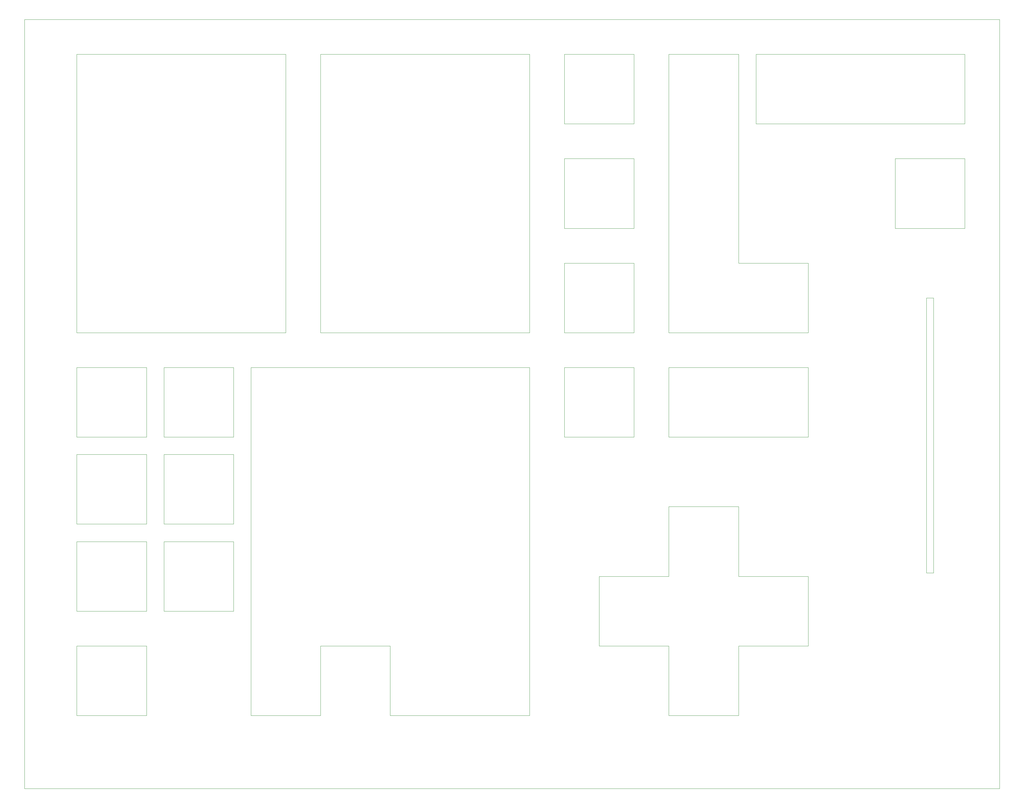
<source format=gbr>
%TF.GenerationSoftware,KiCad,Pcbnew,7.0.5*%
%TF.CreationDate,2023-09-10T17:58:02+02:00*%
%TF.ProjectId,CMD_Board_cover,434d445f-426f-4617-9264-5f636f766572,rev?*%
%TF.SameCoordinates,Original*%
%TF.FileFunction,Profile,NP*%
%FSLAX46Y46*%
G04 Gerber Fmt 4.6, Leading zero omitted, Abs format (unit mm)*
G04 Created by KiCad (PCBNEW 7.0.5) date 2023-09-10 17:58:02*
%MOMM*%
%LPD*%
G01*
G04 APERTURE LIST*
%TA.AperFunction,Profile*%
%ADD10C,0.100000*%
%TD*%
G04 APERTURE END LIST*
D10*
X235000000Y-34000000D02*
X255000000Y-34000000D01*
X255000000Y-54000000D01*
X235000000Y-54000000D01*
X235000000Y-34000000D01*
X95000000Y-124000000D02*
X115000000Y-124000000D01*
X115000000Y-144000000D01*
X95000000Y-144000000D01*
X95000000Y-124000000D01*
X245000000Y-184000000D02*
X245000000Y-204000000D01*
X285000000Y-94000000D02*
X285000000Y-34000000D01*
X165000000Y-224000000D02*
X145000000Y-224000000D01*
X165000000Y-204000000D02*
X165000000Y-224000000D01*
X305000000Y-204000000D02*
X305000000Y-184000000D01*
X285000000Y-184000000D02*
X285000000Y-164000000D01*
X285000000Y-204000000D02*
X305000000Y-204000000D01*
X330000000Y-64000000D02*
X350000000Y-64000000D01*
X350000000Y-84000000D01*
X330000000Y-84000000D01*
X330000000Y-64000000D01*
X285000000Y-224000000D02*
X285000000Y-204000000D01*
X265000000Y-224000000D02*
X285000000Y-224000000D01*
X185000000Y-224000000D02*
X185000000Y-204000000D01*
X185000000Y-204000000D02*
X165000000Y-204000000D01*
X245000000Y-204000000D02*
X265000000Y-204000000D01*
X235000000Y-64000000D02*
X255000000Y-64000000D01*
X255000000Y-84000000D01*
X235000000Y-84000000D01*
X235000000Y-64000000D01*
X95000000Y-149000000D02*
X115000000Y-149000000D01*
X115000000Y-169000000D01*
X95000000Y-169000000D01*
X95000000Y-149000000D01*
X95000000Y-174000000D02*
X115000000Y-174000000D01*
X115000000Y-194000000D01*
X95000000Y-194000000D01*
X95000000Y-174000000D01*
X235000000Y-124000000D02*
X255000000Y-124000000D01*
X255000000Y-144000000D01*
X235000000Y-144000000D01*
X235000000Y-124000000D01*
X235000000Y-94000000D02*
X255000000Y-94000000D01*
X255000000Y-114000000D01*
X235000000Y-114000000D01*
X235000000Y-94000000D01*
X305000000Y-114000000D02*
X305000000Y-94000000D01*
X145000000Y-124000000D02*
X225000000Y-124000000D01*
X145000000Y-224000000D02*
X145000000Y-124000000D01*
X120000000Y-149000000D02*
X140000000Y-149000000D01*
X140000000Y-169000000D01*
X120000000Y-169000000D01*
X120000000Y-149000000D01*
X80000000Y-24000000D02*
X360000000Y-24000000D01*
X360000000Y-245000000D01*
X80000000Y-245000000D01*
X80000000Y-24000000D01*
X285000000Y-34000000D02*
X265000000Y-34000000D01*
X305000000Y-94000000D02*
X285000000Y-94000000D01*
X225000000Y-224000000D02*
X185000000Y-224000000D01*
X265000000Y-204000000D02*
X265000000Y-224000000D01*
X265000000Y-114000000D02*
X305000000Y-114000000D01*
X120000000Y-124000000D02*
X140000000Y-124000000D01*
X140000000Y-144000000D01*
X120000000Y-144000000D01*
X120000000Y-124000000D01*
X305000000Y-184000000D02*
X285000000Y-184000000D01*
X95000000Y-204000000D02*
X115000000Y-204000000D01*
X115000000Y-224000000D01*
X95000000Y-224000000D01*
X95000000Y-204000000D01*
X265000000Y-124000000D02*
X305000000Y-124000000D01*
X305000000Y-144000000D01*
X265000000Y-144000000D01*
X265000000Y-124000000D01*
X225000000Y-124000000D02*
X225000000Y-224000000D01*
X165000000Y-34000000D02*
X225000000Y-34000000D01*
X225000000Y-114000000D01*
X165000000Y-114000000D01*
X165000000Y-34000000D01*
X265000000Y-34000000D02*
X265000000Y-114000000D01*
X265000000Y-184000000D02*
X245000000Y-184000000D01*
X290000000Y-34000000D02*
X350000000Y-34000000D01*
X350000000Y-54000000D01*
X290000000Y-54000000D01*
X290000000Y-34000000D01*
X120000000Y-174000000D02*
X140000000Y-174000000D01*
X140000000Y-194000000D01*
X120000000Y-194000000D01*
X120000000Y-174000000D01*
X95000000Y-34000000D02*
X155000000Y-34000000D01*
X155000000Y-114000000D01*
X95000000Y-114000000D01*
X95000000Y-34000000D01*
X265000000Y-164000000D02*
X265000000Y-184000000D01*
X285000000Y-164000000D02*
X265000000Y-164000000D01*
X339000000Y-104000000D02*
X341000000Y-104000000D01*
X341000000Y-183000000D01*
X339000000Y-183000000D01*
X339000000Y-104000000D01*
M02*

</source>
